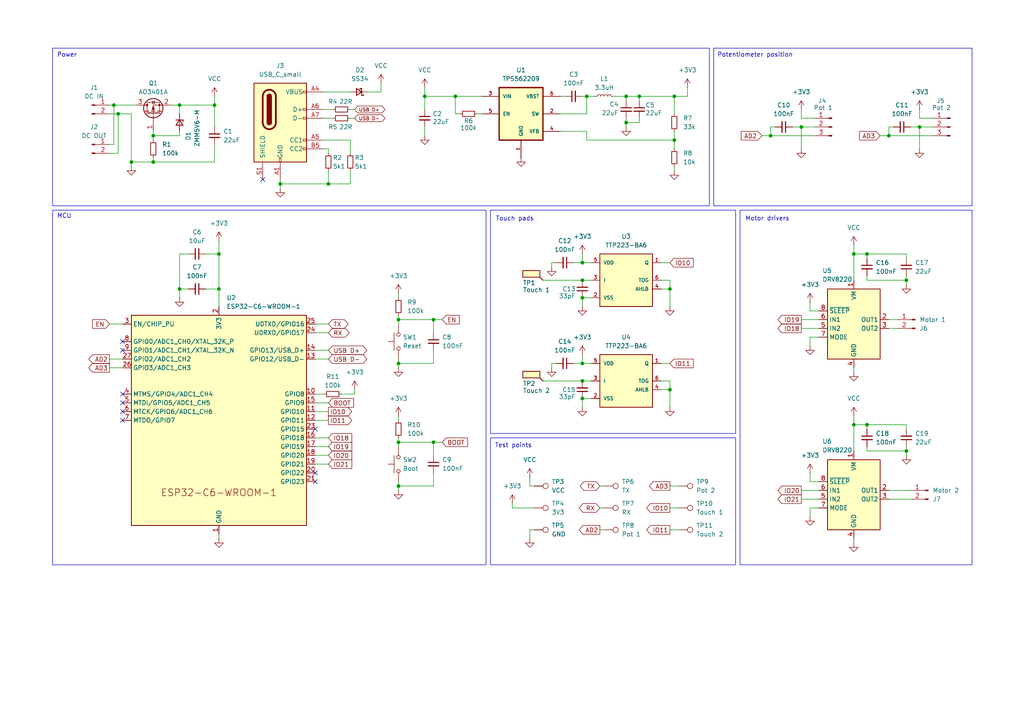
<source format=kicad_sch>
(kicad_sch (version 20231120) (generator "eeschema") (generator_version "8.0")
  (paper "A4")
  (junction (at 257.81 39.37))
  (junction (at 38.1 46.99))
  (junction (at 194.31 83.82))
  (junction (at 262.89 81.28))
  (junction (at 168.91 86.36))
  (junction (at 33.02 30.48))
  (junction (at 95.25 53.34))
  (junction (at 34.29 33.02))
  (junction (at 125.73 128.27))
  (junction (at 223.52 39.37))
  (junction (at 44.45 46.99))
  (junction (at 168.91 76.2))
  (junction (at 168.91 81.28))
  (junction (at 52.07 83.82))
  (junction (at 115.57 92.71))
  (junction (at 232.41 36.83))
  (junction (at 62.23 30.48))
  (junction (at 63.5 83.82))
  (junction (at 125.73 92.71))
  (junction (at 181.61 35.56))
  (junction (at 115.57 140.97))
  (junction (at 44.45 39.37))
  (junction (at 181.61 27.94))
  (junction (at 52.07 30.48))
  (junction (at 115.57 128.27))
  (junction (at 81.28 53.34))
  (junction (at 63.5 73.66))
  (junction (at 170.18 27.94))
  (junction (at 266.7 36.83))
  (junction (at 251.46 123.19))
  (junction (at 123.19 27.94))
  (junction (at 262.89 130.81))
  (junction (at 115.57 105.41))
  (junction (at 247.65 73.66))
  (junction (at 132.08 27.94))
  (junction (at 168.91 115.57))
  (junction (at 185.42 27.94))
  (junction (at 251.46 73.66))
  (junction (at 168.91 105.41))
  (junction (at 195.58 27.94))
  (junction (at 195.58 40.64))
  (junction (at 194.31 113.03))
  (junction (at 247.65 123.19))
  (junction (at 168.91 110.49))
  (no_connect (at 91.44 139.7))
  (no_connect (at 35.56 116.84))
  (no_connect (at 35.56 121.92))
  (no_connect (at 35.56 99.06))
  (no_connect (at 35.56 101.6))
  (no_connect (at 35.56 119.38))
  (no_connect (at 35.56 114.3))
  (no_connect (at 91.44 124.46))
  (no_connect (at 76.2 52.07))
  (no_connect (at 91.44 137.16))
  (wire (pts (xy 49.53 30.48) (xy 52.07 30.48)))
  (wire (pts (xy 91.44 127) (xy 95.25 127)))
  (wire (pts (xy 44.45 39.37) (xy 52.07 39.37)))
  (wire (pts (xy 31.75 44.45) (xy 34.29 44.45)))
  (wire (pts (xy 123.19 27.94) (xy 132.08 27.94)))
  (wire (pts (xy 62.23 41.91) (xy 62.23 46.99)))
  (wire (pts (xy 168.91 86.36) (xy 168.91 88.9)))
  (wire (pts (xy 171.45 110.49) (xy 168.91 110.49)))
  (wire (pts (xy 132.08 27.94) (xy 139.7 27.94)))
  (wire (pts (xy 232.41 34.29) (xy 232.41 31.75)))
  (wire (pts (xy 170.18 27.94) (xy 168.91 27.94)))
  (wire (pts (xy 170.18 40.64) (xy 170.18 38.1)))
  (wire (pts (xy 223.52 39.37) (xy 236.22 39.37)))
  (wire (pts (xy 63.5 73.66) (xy 63.5 83.82)))
  (wire (pts (xy 262.89 81.28) (xy 251.46 81.28)))
  (wire (pts (xy 123.19 27.94) (xy 123.19 25.4)))
  (wire (pts (xy 154.94 147.32) (xy 148.59 147.32)))
  (wire (pts (xy 34.29 33.02) (xy 38.1 33.02)))
  (wire (pts (xy 59.69 83.82) (xy 63.5 83.82)))
  (wire (pts (xy 132.08 33.02) (xy 133.35 33.02)))
  (wire (pts (xy 223.52 36.83) (xy 223.52 39.37)))
  (wire (pts (xy 153.67 153.67) (xy 153.67 156.21)))
  (wire (pts (xy 191.77 83.82) (xy 194.31 83.82)))
  (wire (pts (xy 191.77 76.2) (xy 194.31 76.2)))
  (wire (pts (xy 181.61 36.83) (xy 181.61 35.56)))
  (wire (pts (xy 191.77 105.41) (xy 194.31 105.41)))
  (wire (pts (xy 194.31 153.67) (xy 196.85 153.67)))
  (wire (pts (xy 44.45 38.1) (xy 44.45 39.37)))
  (wire (pts (xy 170.18 38.1) (xy 162.56 38.1)))
  (wire (pts (xy 93.98 26.67) (xy 101.6 26.67)))
  (wire (pts (xy 91.44 114.3) (xy 93.98 114.3)))
  (wire (pts (xy 237.49 147.32) (xy 234.95 147.32)))
  (wire (pts (xy 264.16 144.78) (xy 257.81 144.78)))
  (wire (pts (xy 115.57 128.27) (xy 125.73 128.27)))
  (wire (pts (xy 125.73 140.97) (xy 115.57 140.97)))
  (wire (pts (xy 125.73 128.27) (xy 128.27 128.27)))
  (wire (pts (xy 31.75 33.02) (xy 34.29 33.02)))
  (wire (pts (xy 44.45 46.99) (xy 62.23 46.99)))
  (wire (pts (xy 177.8 27.94) (xy 181.61 27.94)))
  (wire (pts (xy 52.07 83.82) (xy 54.61 83.82)))
  (wire (pts (xy 52.07 30.48) (xy 62.23 30.48)))
  (wire (pts (xy 266.7 43.18) (xy 266.7 36.83)))
  (wire (pts (xy 153.67 140.97) (xy 153.67 138.43)))
  (wire (pts (xy 247.65 123.19) (xy 247.65 130.81)))
  (wire (pts (xy 31.75 30.48) (xy 33.02 30.48)))
  (wire (pts (xy 93.98 40.64) (xy 101.6 40.64)))
  (wire (pts (xy 251.46 123.19) (xy 262.89 123.19)))
  (wire (pts (xy 38.1 46.99) (xy 44.45 46.99)))
  (wire (pts (xy 91.44 116.84) (xy 95.25 116.84)))
  (wire (pts (xy 266.7 36.83) (xy 270.51 36.83)))
  (wire (pts (xy 232.41 144.78) (xy 237.49 144.78)))
  (wire (pts (xy 101.6 31.75) (xy 102.87 31.75)))
  (wire (pts (xy 234.95 97.79) (xy 234.95 100.33)))
  (wire (pts (xy 52.07 38.1) (xy 52.07 39.37)))
  (wire (pts (xy 154.94 153.67) (xy 153.67 153.67)))
  (wire (pts (xy 224.79 36.83) (xy 223.52 36.83)))
  (wire (pts (xy 232.41 95.25) (xy 237.49 95.25)))
  (wire (pts (xy 194.31 110.49) (xy 194.31 113.03)))
  (wire (pts (xy 52.07 73.66) (xy 54.61 73.66)))
  (wire (pts (xy 195.58 27.94) (xy 199.39 27.94)))
  (wire (pts (xy 236.22 34.29) (xy 232.41 34.29)))
  (wire (pts (xy 173.99 140.97) (xy 175.26 140.97)))
  (wire (pts (xy 91.44 121.92) (xy 95.25 121.92)))
  (wire (pts (xy 262.89 81.28) (xy 262.89 80.01)))
  (wire (pts (xy 257.81 36.83) (xy 257.81 39.37)))
  (wire (pts (xy 166.37 76.2) (xy 168.91 76.2)))
  (wire (pts (xy 115.57 128.27) (xy 115.57 129.54)))
  (wire (pts (xy 234.95 139.7) (xy 234.95 137.16)))
  (wire (pts (xy 110.49 26.67) (xy 110.49 24.13)))
  (wire (pts (xy 102.87 114.3) (xy 102.87 113.03)))
  (wire (pts (xy 148.59 147.32) (xy 148.59 146.05)))
  (wire (pts (xy 262.89 74.93) (xy 262.89 73.66)))
  (wire (pts (xy 168.91 105.41) (xy 168.91 102.87)))
  (wire (pts (xy 259.08 36.83) (xy 257.81 36.83)))
  (wire (pts (xy 220.98 39.37) (xy 223.52 39.37)))
  (wire (pts (xy 44.45 39.37) (xy 44.45 40.64)))
  (wire (pts (xy 181.61 27.94) (xy 181.61 29.21)))
  (wire (pts (xy 191.77 113.03) (xy 194.31 113.03)))
  (wire (pts (xy 91.44 119.38) (xy 95.25 119.38)))
  (wire (pts (xy 95.25 53.34) (xy 101.6 53.34)))
  (wire (pts (xy 132.08 27.94) (xy 132.08 33.02)))
  (wire (pts (xy 194.31 81.28) (xy 194.31 83.82)))
  (wire (pts (xy 195.58 48.26) (xy 195.58 49.53)))
  (wire (pts (xy 157.48 81.28) (xy 168.91 81.28)))
  (wire (pts (xy 123.19 36.83) (xy 123.19 39.37)))
  (wire (pts (xy 95.25 43.18) (xy 95.25 44.45)))
  (wire (pts (xy 125.73 105.41) (xy 125.73 101.6)))
  (wire (pts (xy 266.7 34.29) (xy 266.7 31.75)))
  (wire (pts (xy 185.42 27.94) (xy 195.58 27.94)))
  (wire (pts (xy 125.73 128.27) (xy 125.73 132.08)))
  (wire (pts (xy 115.57 105.41) (xy 115.57 104.14)))
  (wire (pts (xy 262.89 130.81) (xy 251.46 130.81)))
  (wire (pts (xy 154.94 140.97) (xy 153.67 140.97)))
  (wire (pts (xy 181.61 35.56) (xy 185.42 35.56)))
  (wire (pts (xy 199.39 25.4) (xy 199.39 27.94)))
  (wire (pts (xy 115.57 105.41) (xy 125.73 105.41)))
  (wire (pts (xy 63.5 69.85) (xy 63.5 73.66)))
  (wire (pts (xy 63.5 154.94) (xy 63.5 156.21)))
  (wire (pts (xy 262.89 124.46) (xy 262.89 123.19)))
  (wire (pts (xy 257.81 142.24) (xy 264.16 142.24)))
  (wire (pts (xy 162.56 33.02) (xy 170.18 33.02)))
  (wire (pts (xy 31.75 104.14) (xy 35.56 104.14)))
  (wire (pts (xy 191.77 110.49) (xy 194.31 110.49)))
  (wire (pts (xy 115.57 105.41) (xy 115.57 106.68)))
  (wire (pts (xy 101.6 40.64) (xy 101.6 44.45)))
  (wire (pts (xy 99.06 114.3) (xy 102.87 114.3)))
  (wire (pts (xy 162.56 27.94) (xy 163.83 27.94)))
  (wire (pts (xy 91.44 132.08) (xy 95.25 132.08)))
  (wire (pts (xy 63.5 83.82) (xy 63.5 88.9)))
  (wire (pts (xy 160.02 76.2) (xy 161.29 76.2)))
  (wire (pts (xy 251.46 130.81) (xy 251.46 129.54)))
  (wire (pts (xy 195.58 38.1) (xy 195.58 40.64)))
  (wire (pts (xy 168.91 81.28) (xy 171.45 81.28)))
  (wire (pts (xy 247.65 120.65) (xy 247.65 123.19)))
  (wire (pts (xy 247.65 73.66) (xy 247.65 81.28)))
  (wire (pts (xy 237.49 90.17) (xy 234.95 90.17)))
  (wire (pts (xy 38.1 33.02) (xy 38.1 46.99)))
  (wire (pts (xy 264.16 36.83) (xy 266.7 36.83)))
  (wire (pts (xy 171.45 115.57) (xy 168.91 115.57)))
  (wire (pts (xy 160.02 105.41) (xy 161.29 105.41)))
  (wire (pts (xy 115.57 92.71) (xy 115.57 93.98)))
  (wire (pts (xy 170.18 40.64) (xy 195.58 40.64)))
  (wire (pts (xy 123.19 27.94) (xy 123.19 31.75)))
  (wire (pts (xy 247.65 71.12) (xy 247.65 73.66)))
  (wire (pts (xy 229.87 36.83) (xy 232.41 36.83)))
  (wire (pts (xy 237.49 139.7) (xy 234.95 139.7)))
  (wire (pts (xy 181.61 27.94) (xy 185.42 27.94)))
  (wire (pts (xy 251.46 123.19) (xy 251.46 124.46)))
  (wire (pts (xy 195.58 40.64) (xy 195.58 43.18)))
  (wire (pts (xy 262.89 130.81) (xy 262.89 129.54)))
  (wire (pts (xy 95.25 49.53) (xy 95.25 53.34)))
  (wire (pts (xy 262.89 132.08) (xy 262.89 130.81)))
  (wire (pts (xy 173.99 147.32) (xy 175.26 147.32)))
  (wire (pts (xy 168.91 76.2) (xy 171.45 76.2)))
  (wire (pts (xy 160.02 77.47) (xy 160.02 76.2)))
  (wire (pts (xy 52.07 73.66) (xy 52.07 83.82)))
  (wire (pts (xy 194.31 147.32) (xy 196.85 147.32)))
  (wire (pts (xy 173.99 153.67) (xy 175.26 153.67)))
  (wire (pts (xy 115.57 127) (xy 115.57 128.27)))
  (wire (pts (xy 185.42 35.56) (xy 185.42 34.29)))
  (wire (pts (xy 247.65 106.68) (xy 247.65 107.95)))
  (wire (pts (xy 157.48 110.49) (xy 168.91 110.49)))
  (wire (pts (xy 251.46 73.66) (xy 262.89 73.66)))
  (wire (pts (xy 168.91 115.57) (xy 168.91 118.11)))
  (wire (pts (xy 93.98 43.18) (xy 95.25 43.18)))
  (wire (pts (xy 91.44 93.98) (xy 95.25 93.98)))
  (wire (pts (xy 270.51 34.29) (xy 266.7 34.29)))
  (wire (pts (xy 31.75 93.98) (xy 35.56 93.98)))
  (wire (pts (xy 232.41 43.18) (xy 232.41 36.83)))
  (wire (pts (xy 52.07 83.82) (xy 52.07 86.36)))
  (wire (pts (xy 115.57 92.71) (xy 125.73 92.71)))
  (wire (pts (xy 101.6 49.53) (xy 101.6 53.34)))
  (wire (pts (xy 115.57 85.09) (xy 115.57 86.36)))
  (wire (pts (xy 91.44 101.6) (xy 95.25 101.6)))
  (wire (pts (xy 33.02 30.48) (xy 39.37 30.48)))
  (wire (pts (xy 255.27 39.37) (xy 257.81 39.37)))
  (wire (pts (xy 247.65 156.21) (xy 247.65 157.48)))
  (wire (pts (xy 34.29 44.45) (xy 34.29 33.02)))
  (wire (pts (xy 195.58 33.02) (xy 195.58 27.94)))
  (wire (pts (xy 106.68 26.67) (xy 110.49 26.67)))
  (wire (pts (xy 251.46 73.66) (xy 251.46 74.93)))
  (wire (pts (xy 115.57 120.65) (xy 115.57 121.92)))
  (wire (pts (xy 168.91 105.41) (xy 171.45 105.41)))
  (wire (pts (xy 125.73 137.16) (xy 125.73 140.97)))
  (wire (pts (xy 232.41 92.71) (xy 237.49 92.71)))
  (wire (pts (xy 194.31 83.82) (xy 194.31 88.9)))
  (wire (pts (xy 31.75 41.91) (xy 33.02 41.91)))
  (wire (pts (xy 81.28 53.34) (xy 95.25 53.34)))
  (wire (pts (xy 59.69 73.66) (xy 63.5 73.66)))
  (wire (pts (xy 125.73 92.71) (xy 125.73 96.52)))
  (wire (pts (xy 232.41 142.24) (xy 237.49 142.24)))
  (wire (pts (xy 91.44 96.52) (xy 95.25 96.52)))
  (wire (pts (xy 81.28 54.61) (xy 81.28 53.34)))
  (wire (pts (xy 251.46 81.28) (xy 251.46 80.01)))
  (wire (pts (xy 170.18 33.02) (xy 170.18 27.94)))
  (wire (pts (xy 170.18 27.94) (xy 172.72 27.94)))
  (wire (pts (xy 257.81 92.71) (xy 260.35 92.71)))
  (wire (pts (xy 91.44 129.54) (xy 95.25 129.54)))
  (wire (pts (xy 62.23 30.48) (xy 62.23 36.83)))
  (wire (pts (xy 257.81 95.25) (xy 260.35 95.25)))
  (wire (pts (xy 115.57 139.7) (xy 115.57 140.97)))
  (wire (pts (xy 234.95 90.17) (xy 234.95 87.63)))
  (wire (pts (xy 191.77 81.28) (xy 194.31 81.28)))
  (wire (pts (xy 194.31 113.03) (xy 194.31 118.11)))
  (wire (pts (xy 247.65 123.19) (xy 251.46 123.19)))
  (wire (pts (xy 181.61 35.56) (xy 181.61 34.29)))
  (wire (pts (xy 234.95 147.32) (xy 234.95 149.86)))
  (wire (pts (xy 62.23 30.48) (xy 62.23 27.94)))
  (wire (pts (xy 262.89 82.55) (xy 262.89 81.28)))
  (wire (pts (xy 91.44 134.62) (xy 95.25 134.62)))
  (wire (pts (xy 237.49 97.79) (xy 234.95 97.79)))
  (wire (pts (xy 194.31 140.97) (xy 196.85 140.97)))
  (wire (pts (xy 38.1 46.99) (xy 38.1 48.26)))
  (wire (pts (xy 31.75 106.68) (xy 35.56 106.68)))
  (wire (pts (xy 160.02 106.68) (xy 160.02 105.41)))
  (wire (pts (xy 91.44 104.14) (xy 95.25 104.14)))
  (wire (pts (xy 115.57 91.44) (xy 115.57 92.71)))
  (wire (pts (xy 33.02 41.91) (xy 33.02 30.48)))
  (wire (pts (xy 166.37 105.41) (xy 168.91 105.41)))
  (wire (pts (xy 52.07 30.48) (xy 52.07 33.02)))
  (wire (pts (xy 101.6 34.29) (xy 102.87 34.29)))
  (wire (pts (xy 44.45 45.72) (xy 44.45 46.99)))
  (wire (pts (xy 93.98 34.29) (xy 96.52 34.29)))
  (wire (pts (xy 138.43 33.02) (xy 139.7 33.02)))
  (wire (pts (xy 185.42 27.94) (xy 185.42 29.21)))
  (wire (pts (xy 115.57 140.97) (xy 115.57 142.24)))
  (wire (pts (xy 81.28 52.07) (xy 81.28 53.34)))
  (wire (pts (xy 251.46 73.66) (xy 247.65 73.66)))
  (wire (pts (xy 168.91 86.36) (xy 171.45 86.36)))
  (wire (pts (xy 125.73 92.71) (xy 128.27 92.71)))
  (wire (pts (xy 168.91 76.2) (xy 168.91 73.66)))
  (wire (pts (xy 93.98 31.75) (xy 96.52 31.75)))
  (wire (pts (xy 257.81 39.37) (xy 270.51 39.37)))
  (wire (pts (xy 232.41 36.83) (xy 236.22 36.83)))
  (rectangle (start 142.24 127) (end 213.36 163.83))
  (rectangle (start 207.01 13.97) (end 281.94 59.69))
  (rectangle (start 214.63 60.96) (end 281.94 163.83))
  (rectangle (start 142.24 60.96) (end 213.36 125.73))
  (rectangle (start 15.24 60.96) (end 140.97 163.83))
  (rectangle (start 15.24 13.97) (end 205.74 59.69))
  (text "MCU" (at 16.51 63.5 0) (effects (font (size 1.27 1.27)) (justify left bottom)))
  (text "Touch pads" (at 143.764 64.262 0) (effects (font (size 1.27 1.27)) (justify left bottom)))
  (text "Power" (at 16.51 16.764 0) (effects (font (size 1.27 1.27)) (justify left bottom)))
  (text "Test points" (at 143.51 130.048 0) (effects (font (size 1.27 1.27)) (justify left bottom)))
  (text "Motor drivers" (at 216.154 64.262 0) (effects (font (size 1.27 1.27)) (justify left bottom)))
  (text "Potentiometer position" (at 208.026 16.764 0) (effects (font (size 1.27 1.27)) (justify left bottom)))
  (global_label "IO10" (shape output) (at 95.25 119.38 0) (property "Intersheetrefs" "${INTERSHEET_REFS}" (effects (hide yes))))
  (global_label "IO11" (shape output) (at 95.25 121.92 0) (property "Intersheetrefs" "${INTERSHEET_REFS}" (effects (hide yes))))
  (global_label "BOOT" (shape input) (at 128.27 128.27 0) (property "Intersheetrefs" "${INTERSHEET_REFS}" (effects (hide yes))))
  (global_label "USB D+" (shape bidirectional) (at 95.25 101.6 0) (property "Intersheetrefs" "${INTERSHEET_REFS}" (effects (hide yes))))
  (global_label "TX" (shape bidirectional) (at 95.25 93.98 0) (property "Intersheetrefs" "${INTERSHEET_REFS}" (effects (hide yes))))
  (global_label "IO10" (shape output) (at 194.31 147.32 180) (property "Intersheetrefs" "${INTERSHEET_REFS}" (effects (hide yes))))
  (global_label "IO19" (shape output) (at 232.41 92.71 180) (property "Intersheetrefs" "${INTERSHEET_REFS}" (effects (hide yes))))
  (global_label "IO10" (shape input) (at 194.31 76.2 0) (property "Intersheetrefs" "${INTERSHEET_REFS}" (effects (hide yes))))
  (global_label "EN" (shape input) (at 31.75 93.98 180) (property "Intersheetrefs" "${INTERSHEET_REFS}" (effects (hide yes))))
  (global_label "IO18" (shape input) (at 95.25 127 0) (property "Intersheetrefs" "${INTERSHEET_REFS}" (effects (hide yes))))
  (global_label "AD3" (shape output) (at 31.75 106.68 180) (property "Intersheetrefs" "${INTERSHEET_REFS}" (effects (hide yes))))
  (global_label "AD3" (shape output) (at 194.31 140.97 180) (property "Intersheetrefs" "${INTERSHEET_REFS}" (effects (hide yes))))
  (global_label "AD2" (shape output) (at 31.75 104.14 180) (property "Intersheetrefs" "${INTERSHEET_REFS}" (effects (hide yes))))
  (global_label "IO21" (shape input) (at 95.25 134.62 0) (property "Intersheetrefs" "${INTERSHEET_REFS}" (effects (hide yes))))
  (global_label "AD2" (shape output) (at 173.99 153.67 180) (property "Intersheetrefs" "${INTERSHEET_REFS}" (effects (hide yes))))
  (global_label "IO18" (shape output) (at 232.41 95.25 180) (property "Intersheetrefs" "${INTERSHEET_REFS}" (effects (hide yes))))
  (global_label "USB D+" (shape bidirectional) (at 102.87 31.75 0) (effects (font (size 1 1))) (property "Intersheetrefs" "${INTERSHEET_REFS}" (effects (hide yes))))
  (global_label "USB D-" (shape bidirectional) (at 102.87 34.29 0) (effects (font (size 1 1))) (property "Intersheetrefs" "${INTERSHEET_REFS}" (effects (hide yes))))
  (global_label "USB D-" (shape bidirectional) (at 95.25 104.14 0) (property "Intersheetrefs" "${INTERSHEET_REFS}" (effects (hide yes))))
  (global_label "IO11" (shape output) (at 194.31 153.67 180) (property "Intersheetrefs" "${INTERSHEET_REFS}" (effects (hide yes))))
  (global_label "RX" (shape bidirectional) (at 173.99 147.32 180) (property "Intersheetrefs" "${INTERSHEET_REFS}" (effects (hide yes))))
  (global_label "AD3" (shape input) (at 255.27 39.37 180) (property "Intersheetrefs" "${INTERSHEET_REFS}" (effects (hide yes))))
  (global_label "BOOT" (shape input) (at 95.25 116.84 0) (property "Intersheetrefs" "${INTERSHEET_REFS}" (effects (hide yes))))
  (global_label "IO20" (shape output) (at 232.41 142.24 180) (property "Intersheetrefs" "${INTERSHEET_REFS}" (effects (hide yes))))
  (global_label "AD2" (shape input) (at 220.98 39.37 180) (property "Intersheetrefs" "${INTERSHEET_REFS}" (effects (hide yes))))
  (global_label "IO21" (shape output) (at 232.41 144.78 180) (property "Intersheetrefs" "${INTERSHEET_REFS}" (effects (hide yes))))
  (global_label "IO11" (shape input) (at 194.31 105.41 0) (property "Intersheetrefs" "${INTERSHEET_REFS}" (effects (hide yes))))
  (global_label "TX" (shape bidirectional) (at 173.99 140.97 180) (property "Intersheetrefs" "${INTERSHEET_REFS}" (effects (hide yes))))
  (global_label "EN" (shape input) (at 128.27 92.71 0) (property "Intersheetrefs" "${INTERSHEET_REFS}" (effects (hide yes))))
  (global_label "RX" (shape bidirectional) (at 95.25 96.52 0) (property "Intersheetrefs" "${INTERSHEET_REFS}" (effects (hide yes))))
  (global_label "IO19" (shape input) (at 95.25 129.54 0) (property "Intersheetrefs" "${INTERSHEET_REFS}" (effects (hide yes))))
  (global_label "IO20" (shape input) (at 95.25 132.08 0) (property "Intersheetrefs" "${INTERSHEET_REFS}" (effects (hide yes))))
  (symbol (lib_id "Device:D_Zener_Small") (at 52.07 35.56 270) (unit 1)
    (property "Reference" "D1" (at 54.61 38.1 0) (effects (justify left)))
    (property "Value" "ZMM5V6-M" (at 57.15 31.75 0) (effects (justify left)))
    (property "Footprint" "Diode_SMD:D_MiniMELF" (effects (hide yes)))
  )
  (symbol (lib_id "Transistor_FET:AO3401A") (at 44.45 33.02 90) (unit 1)
    (property "Reference" "Q1" (at 44.45 24.13 90))
    (property "Value" "AO3401A" (at 44.45 26.67 90))
    (property "Footprint" "Package_TO_SOT_SMD:SOT-23" (effects (hide yes)))
    (property "Datasheet" "http://www.aosmd.com/pdfs/datasheet/AO3401A.pdf" (effects (hide yes)))
    (property "Description" "-4.0A Id, -30V Vds, P-Channel MOSFET, SOT-23" (effects (hide yes)))
  )
  (symbol (lib_name "GND_1") (lib_id "power:GND") (at 52.07 86.36 0) (unit 1)
    (property "Reference" "#PWR042" (effects (hide yes)))
    (property "Value" "GND" (effects (hide yes)))
    (property "Description" "Power symbol creates a global label with name \"GND\" , ground" (effects (hide yes)))
  )
  (symbol (lib_name "+3V3_1") (lib_id "power:+3V3") (at 168.91 73.66 0) (unit 1)
    (property "Reference" "#PWR018" (effects (hide yes)))
    (property "Value" "+3V3" (at 168.91 68.58 0))
    (property "Description" "Power symbol creates a global label with name \"+3V3\"" (effects (hide yes)))
  )
  (symbol (lib_name "GND_1") (lib_id "power:GND") (at 262.89 132.08 0) (unit 1)
    (property "Reference" "#PWR035" (effects (hide yes)))
    (property "Value" "GND" (effects (hide yes)))
    (property "Description" "Power symbol creates a global label with name \"GND\" , ground" (effects (hide yes)))
  )
  (symbol (lib_id "Device:C_Small") (at 261.62 36.83 270) (unit 1)
    (property "Reference" "C11" (at 261.6136 30.48 90))
    (property "Value" "100nF" (at 261.6136 33.02 90))
    (property "Footprint" "Capacitor_SMD:C_0402_1005Metric" (effects (hide yes)))
  )
  (symbol (lib_id "Device:C_Small") (at 62.23 39.37 0) (unit 1)
    (property "Reference" "C1" (at 64.77 38.1062 0) (effects (justify left)))
    (property "Value" "22uF" (at 64.77 40.6462 0) (effects (justify left)))
    (property "Footprint" "Capacitor_SMD:C_0805_2012Metric" (effects (hide yes)))
    (property "Description" "Unpolarized capacitor, small symbol" (effects (hide yes)))
  )
  (symbol (lib_name "+3V3_1") (lib_id "power:+3V3") (at 232.41 31.75 0) (unit 1)
    (property "Reference" "#PWR01" (effects (hide yes)))
    (property "Value" "+3V3" (at 232.41 26.67 0))
    (property "Description" "Power symbol creates a global label with name \"+3V3\"" (effects (hide yes)))
  )
  (symbol (lib_id "Device:C_Small") (at 181.61 31.75 0) (unit 1)
    (property "Reference" "C4" (at 176.784 30.226 0) (effects (justify left)))
    (property "Value" "22uF" (at 174.498 32.766 0) (effects (justify left)))
    (property "Footprint" "Capacitor_SMD:C_0805_2012Metric" (effects (hide yes)))
  )
  (symbol (lib_name "GND_1") (lib_id "power:GND") (at 63.5 156.21 0) (unit 1)
    (property "Reference" "#PWR039" (effects (hide yes)))
    (property "Value" "GND" (effects (hide yes)))
    (property "Description" "Power symbol creates a global label with name \"GND\" , ground" (effects (hide yes)))
  )
  (symbol (lib_id "Device:R_Small") (at 195.58 35.56 0) (unit 1)
    (property "Reference" "R7" (at 198.12 34.2899 0) (effects (justify left)))
    (property "Value" "33k" (at 198.12 36.8299 0) (effects (justify left)))
    (property "Footprint" "Resistor_SMD:R_0402_1005Metric" (effects (hide yes)))
  )
  (symbol (lib_name "+3V3_1") (lib_id "power:+3V3") (at 63.5 69.85 0) (unit 1)
    (property "Reference" "#PWR07" (effects (hide yes)))
    (property "Value" "+3V3" (at 63.5 64.77 0))
    (property "Description" "Power symbol creates a global label with name \"+3V3\"" (effects (hide yes)))
  )
  (symbol (lib_name "GND_1") (lib_id "power:GND") (at 262.89 82.55 0) (unit 1)
    (property "Reference" "#PWR030" (effects (hide yes)))
    (property "Value" "GND" (effects (hide yes)))
    (property "Description" "Power symbol creates a global label with name \"GND\" , ground" (effects (hide yes)))
  )
  (symbol (lib_id "Device:R_Small") (at 101.6 46.99 0) (unit 1)
    (property "Reference" "R3" (at 102.87 45.72 0) (effects (justify left)))
    (property "Value" "5k1" (at 102.87 48.26 0) (effects (justify left)))
    (property "Footprint" "Resistor_SMD:R_0603_1608Metric" (effects (hide yes)))
  )
  (symbol (lib_id "Connector:TestPoint_Flag") (at 157.48 81.28 0) (mirror y) (unit 1)
    (property "Reference" "TP1" (at 151.638 82.042 0) (effects (justify right)))
    (property "Value" "Touch 1" (at 151.638 84.074 0) (effects (justify right)))
    (property "Footprint" "ESP32-C6_Covers:Touch_pad_arrow" (effects (hide yes)))
    (property "Description" "test point (alternative flag-style design)" (effects (hide yes)))
  )
  (symbol (lib_id "Device:C_Small") (at 57.15 83.82 270) (unit 1)
    (property "Reference" "C7" (at 57.1436 77.47 90))
    (property "Value" "100nF" (at 57.1436 80.01 90))
    (property "Footprint" "Capacitor_SMD:C_0402_1005Metric" (effects (hide yes)))
  )
  (symbol (lib_name "+3V3_1") (lib_id "power:+3V3") (at 234.95 87.63 0) (unit 1)
    (property "Reference" "#PWR016" (effects (hide yes)))
    (property "Value" "+3V3" (at 234.95 82.55 0))
    (property "Description" "Power symbol creates a global label with name \"+3V3\"" (effects (hide yes)))
  )
  (symbol (lib_id "Switch:SW_Push") (at 115.57 99.06 90) (unit 1)
    (property "Reference" "SW1" (at 116.84 97.79 90) (effects (justify right)))
    (property "Value" "Reset" (at 116.84 100.33 90) (effects (justify right)))
    (property "Footprint" "Button_Switch_SMD:SW_Push_1P1T_XKB_TS-1187A" (effects (hide yes)))
  )
  (symbol (lib_id "Device:L_Small") (at 175.26 27.94 90) (unit 1)
    (property "Reference" "L1" (at 175.26 22.86 90))
    (property "Value" "3.3uH" (at 175.26 25.4 90))
    (property "Footprint" "Inductor_SMD:L_1008_2520Metric" (effects (hide yes)))
  )
  (symbol (lib_id "Connector:TestPoint") (at 154.94 147.32 270) (unit 1)
    (property "Reference" "TP4" (at 160.02 146.0499 90) (effects (justify left)))
    (property "Value" "3V3" (at 160.02 148.5899 90) (effects (justify left)))
    (property "Footprint" "TestPoint:TestPoint_Pad_D1.0mm" (effects (hide yes)))
    (property "Description" "test point" (effects (hide yes)))
  )
  (symbol (lib_id "Device:R_Small") (at 99.06 31.75 270) (unit 1)
    (property "Reference" "R4" (at 96.52 29.464 90))
    (property "Value" "22R" (at 100.33 29.464 90))
    (property "Footprint" "Resistor_SMD:R_0603_1608Metric" (effects (hide yes)))
  )
  (symbol (lib_id "power:VCC") (at 62.23 27.94 0) (unit 1)
    (property "Reference" "#PWR014" (effects (hide yes)))
    (property "Value" "VCC" (at 62.23 22.86 0))
    (property "Description" "Power symbol creates a global label with name \"VCC\"" (effects (hide yes)))
  )
  (symbol (lib_id "Connector:TestPoint") (at 175.26 147.32 270) (unit 1)
    (property "Reference" "TP7" (at 180.34 146.0499 90) (effects (justify left)))
    (property "Value" "RX" (at 180.34 148.5899 90) (effects (justify left)))
    (property "Footprint" "TestPoint:TestPoint_Pad_D1.0mm" (effects (hide yes)))
    (property "Description" "test point" (effects (hide yes)))
  )
  (symbol (lib_id "Device:C_Small") (at 227.33 36.83 270) (unit 1)
    (property "Reference" "C10" (at 227.3236 30.48 90))
    (property "Value" "100nF" (at 227.3236 33.02 90))
    (property "Footprint" "Capacitor_SMD:C_0402_1005Metric" (effects (hide yes)))
  )
  (symbol (lib_name "GND_1") (lib_id "power:GND") (at 153.67 156.21 0) (unit 1)
    (property "Reference" "#PWR038" (effects (hide yes)))
    (property "Value" "GND" (effects (hide yes)))
    (property "Description" "Power symbol creates a global label with name \"GND\" , ground" (effects (hide yes)))
  )
  (symbol (lib_name "GND_1") (lib_id "power:GND") (at 247.65 157.48 0) (unit 1)
    (property "Reference" "#PWR034" (effects (hide yes)))
    (property "Value" "GND" (effects (hide yes)))
    (property "Description" "Power symbol creates a global label with name \"GND\" , ground" (effects (hide yes)))
  )
  (symbol (lib_name "GND_1") (lib_id "power:GND") (at 247.65 107.95 0) (unit 1)
    (property "Reference" "#PWR026" (effects (hide yes)))
    (property "Value" "GND" (effects (hide yes)))
    (property "Description" "Power symbol creates a global label with name \"GND\" , ground" (effects (hide yes)))
  )
  (symbol (lib_id "Device:C_Small") (at 251.46 77.47 0) (unit 1)
    (property "Reference" "C16" (at 254 76.2062 0) (effects (justify left)))
    (property "Value" "100nF" (at 254 78.7462 0) (effects (justify left)))
    (property "Footprint" "Capacitor_SMD:C_0402_1005Metric" (effects (hide yes)))
  )
  (symbol (lib_name "GND_1") (lib_id "power:GND") (at 38.1 48.26 0) (unit 1)
    (property "Reference" "#PWR02" (effects (hide yes)))
    (property "Value" "GND" (effects (hide yes)))
    (property "Description" "Power symbol creates a global label with name \"GND\" , ground" (effects (hide yes)))
  )
  (symbol (lib_name "+3V3_1") (lib_id "power:+3V3") (at 168.91 102.87 0) (unit 1)
    (property "Reference" "#PWR020" (effects (hide yes)))
    (property "Value" "+3V3" (at 168.91 97.79 0))
    (property "Description" "Power symbol creates a global label with name \"+3V3\"" (effects (hide yes)))
  )
  (symbol (lib_name "GND_1") (lib_id "power:GND") (at 81.28 54.61 0) (unit 1)
    (property "Reference" "#PWR03" (effects (hide yes)))
    (property "Value" "GND" (effects (hide yes)))
    (property "Description" "Power symbol creates a global label with name \"GND\" , ground" (effects (hide yes)))
  )
  (symbol (lib_id "Connector:Conn_01x02_Pin") (at 26.67 30.48 0) (unit 1)
    (property "Reference" "J1" (at 27.305 25.4 0))
    (property "Value" "DC IN" (at 27.305 27.94 0))
    (property "Footprint" "Connector_JST:JST_XH_B2B-XH-A_1x02_P2.50mm_Vertical" (effects (hide yes)))
    (property "Description" "Generic connector, single row, 01x02, script generated" (effects (hide yes)))
  )
  (symbol (lib_id "Connector:TestPoint") (at 154.94 140.97 270) (unit 1)
    (property "Reference" "TP3" (at 160.02 139.6999 90) (effects (justify left)))
    (property "Value" "VCC" (at 160.02 142.2399 90) (effects (justify left)))
    (property "Footprint" "TestPoint:TestPoint_Pad_D1.0mm" (effects (hide yes)))
    (property "Description" "test point" (effects (hide yes)))
  )
  (symbol (lib_id "Connector:TestPoint") (at 196.85 153.67 270) (unit 1)
    (property "Reference" "TP11" (at 201.93 152.3999 90) (effects (justify left)))
    (property "Value" "Touch 2" (at 201.93 154.9399 90) (effects (justify left)))
    (property "Footprint" "TestPoint:TestPoint_Pad_D1.0mm" (effects (hide yes)))
    (property "Description" "test point" (effects (hide yes)))
  )
  (symbol (lib_name "GND_1") (lib_id "power:GND") (at 195.58 49.53 0) (unit 1)
    (property "Reference" "#PWR041" (effects (hide yes)))
    (property "Value" "GND" (effects (hide yes)))
    (property "Description" "Power symbol creates a global label with name \"GND\" , ground" (effects (hide yes)))
  )
  (symbol (lib_id "power:VCC") (at 123.19 25.4 0) (unit 1)
    (property "Reference" "#PWR015" (effects (hide yes)))
    (property "Value" "VCC" (at 123.19 20.32 0))
    (property "Description" "Power symbol creates a global label with name \"VCC\"" (effects (hide yes)))
  )
  (symbol (lib_id "Device:R_Small") (at 115.57 88.9 0) (unit 1)
    (property "Reference" "R9" (at 118.11 87.6299 0) (effects (justify left)))
    (property "Value" "100k" (at 118.11 90.1699 0) (effects (justify left)))
    (property "Footprint" "Resistor_SMD:R_0402_1005Metric" (effects (hide yes)))
  )
  (symbol (lib_id "Device:C_Small") (at 57.15 73.66 270) (unit 1)
    (property "Reference" "C6" (at 57.1436 67.31 90))
    (property "Value" "10uF" (at 57.1436 69.85 90))
    (property "Footprint" "Capacitor_SMD:C_0805_2012Metric" (effects (hide yes)))
  )
  (symbol (lib_id "Switch:SW_Push") (at 115.57 134.62 90) (unit 1)
    (property "Reference" "SW2" (at 116.84 133.35 90) (effects (justify right)))
    (property "Value" "Boot" (at 116.84 135.89 90) (effects (justify right)))
    (property "Footprint" "Button_Switch_SMD:SW_Push_1P1T_XKB_TS-1187A" (effects (hide yes)))
  )
  (symbol (lib_name "GND_1") (lib_id "power:GND") (at 160.02 106.68 0) (unit 1)
    (property "Reference" "#PWR019" (effects (hide yes)))
    (property "Value" "GND" (effects (hide yes)))
    (property "Description" "Power symbol creates a global label with name \"GND\" , ground" (effects (hide yes)))
  )
  (symbol (lib_name "+3V3_1") (lib_id "power:+3V3") (at 115.57 85.09 0) (unit 1)
    (property "Reference" "#PWR05" (effects (hide yes)))
    (property "Value" "+3V3" (at 115.57 80.01 0))
    (property "Description" "Power symbol creates a global label with name \"+3V3\"" (effects (hide yes)))
  )
  (symbol (lib_name "GND_1") (lib_id "power:GND") (at 232.41 43.18 0) (unit 1)
    (property "Reference" "#PWR08" (effects (hide yes)))
    (property "Value" "GND" (effects (hide yes)))
    (property "Description" "Power symbol creates a global label with name \"GND\" , ground" (effects (hide yes)))
  )
  (symbol (lib_name "GND_1") (lib_id "power:GND") (at 168.91 88.9 0) (unit 1)
    (property "Reference" "#PWR021" (effects (hide yes)))
    (property "Value" "GND" (effects (hide yes)))
    (property "Description" "Power symbol creates a global label with name \"GND\" , ground" (effects (hide yes)))
  )
  (symbol (lib_id "Device:R_Small") (at 96.52 114.3 90) (unit 1)
    (property "Reference" "R11" (at 96.52 109.22 90))
    (property "Value" "100k" (at 96.52 111.76 90))
    (property "Footprint" "Resistor_SMD:R_0402_1005Metric" (effects (hide yes)))
  )
  (symbol (lib_id "_TI_TPS562209:TPS562209DDCR") (at 151.13 33.02 0) (unit 1)
    (property "Reference" "U1" (at 151.13 20.32 0))
    (property "Value" "TPS562209" (at 151.13 22.86 0))
    (property "Footprint" "ESP32-C6_Covers:TI_TPS562209" (effects (hide yes)))
    (property "Datasheet" "https://www.ti.com/lit/ds/symlink/tps562209.pdf?ts=1710068446558" (effects (hide yes)))
    (property "MF" "Texas Instruments" (effects (hide yes)))
    (property "Description_1" "\n17 V Input, 2A Synchronous Step-Down Regulator in SOT-23\n" (effects (hide yes)))
    (property "Package" "SOT-23-THN-6 Texas Instruments" (effects (hide yes)))
    (property "Price" "None" (effects (hide yes)))
    (property "SnapEDA_Link" "https://www.snapeda.com/parts/TPS562209DDCR/Texas+Instruments/view-part/?ref=snap" (effects (hide yes)))
    (property "MP" "TPS562209DDCR" (effects (hide yes)))
    (property "Purchase-URL" "https://www.snapeda.com/api/url_track_click_mouser/?unipart_id=577627&manufacturer=Texas Instruments&part_name=TPS562209DDCR&search_term=tps562209" (effects (hide yes)))
    (property "Availability" "In Stock" (effects (hide yes)))
    (property "Check_prices" "https://www.snapeda.com/parts/TPS562209DDCR/Texas+Instruments/view-part/?ref=eda" (effects (hide yes)))
  )
  (symbol (lib_id "Connector:TestPoint") (at 154.94 153.67 270) (unit 1)
    (property "Reference" "TP5" (at 160.02 152.3999 90) (effects (justify left)))
    (property "Value" "GND" (at 160.02 154.9399 90) (effects (justify left)))
    (property "Footprint" "TestPoint:TestPoint_Pad_D1.0mm" (effects (hide yes)))
    (property "Description" "test point" (effects (hide yes)))
  )
  (symbol (lib_id "Device:C_Small") (at 125.73 99.06 0) (unit 1)
    (property "Reference" "C8" (at 128.27 97.7963 0) (effects (justify left)))
    (property "Value" "100nF" (at 128.27 100.3363 0) (effects (justify left)))
    (property "Footprint" "Capacitor_SMD:C_0402_1005Metric" (effects (hide yes)))
  )
  (symbol (lib_id "Connector:Conn_01x03_Pin") (at 275.59 36.83 0) (mirror y) (unit 1)
    (property "Reference" "J5" (at 272.796 29.21 0))
    (property "Value" "Pot 2" (at 273.05 31.242 0))
    (property "Footprint" "Connector_JST:JST_XH_B3B-XH-A_1x03_P2.50mm_Vertical" (effects (hide yes)))
    (property "Description" "Generic connector, single row, 01x03, script generated" (effects (hide yes)))
  )
  (symbol (lib_id "power:VCC") (at 247.65 71.12 0) (unit 1)
    (property "Reference" "#PWR027" (effects (hide yes)))
    (property "Value" "VCC" (at 247.65 66.04 0))
    (property "Description" "Power symbol creates a global label with name \"VCC\"" (effects (hide yes)))
  )
  (symbol (lib_id "Device:C_Small") (at 123.19 34.29 0) (unit 1)
    (property "Reference" "C2" (at 125.476 33.02 0) (effects (justify left)))
    (property "Value" "22uF" (at 125.476 35.306 0) (effects (justify left)))
    (property "Footprint" "Capacitor_SMD:C_0805_2012Metric" (effects (hide yes)))
  )
  (symbol (lib_id "Device:D_Schottky_Small") (at 104.14 26.67 180) (unit 1)
    (property "Reference" "D2" (at 104.394 20.32 0))
    (property "Value" "SS34" (at 104.394 22.86 0))
    (property "Footprint" "Diode_SMD:D_SMA" (effects (hide yes)))
  )
  (symbol (lib_id "_TTP223-BA6:TTP223-BA6") (at 181.61 110.49 0) (unit 1)
    (property "Reference" "U4" (at 181.61 97.79 0))
    (property "Value" "TTP223-BA6" (at 181.61 100.33 0))
    (property "Footprint" "ESP32-C6_Covers:SOT23-6" (effects (hide yes)))
    (property "Datasheet" "https://wmsc.lcsc.com/wmsc/upload/file/pdf/v2/lcsc/2109061130_Tontek-Design-Tech-TTP233H-BA6_C2890349.pdf" (effects (hide yes)))
    (property "MF" "tontek" (effects (hide yes)))
    (property "Description_1" "\n" (effects (hide yes)))
    (property "LIB" "CID" (effects (hide yes)))
    (property "Package" "None" (effects (hide yes)))
    (property "Price" "None" (effects (hide yes)))
    (property "SnapEDA_Link" "https://www.snapeda.com/parts/TTP223-BA6/TONTEK/view-part/?ref=snap" (effects (hide yes)))
    (property "MP" "TTP223-BA6" (effects (hide yes)))
    (property "Availability" "Not in stock" (effects (hide yes)))
    (property "Check_prices" "https://www.snapeda.com/parts/TTP223-BA6/TONTEK/view-part/?ref=eda" (effects (hide yes)))
  )
  (symbol (lib_id "Connector:TestPoint") (at 196.85 147.32 270) (unit 1)
    (property "Reference" "TP10" (at 201.93 146.0499 90) (effects (justify left)))
    (property "Value" "Touch 1" (at 201.93 148.5899 90) (effects (justify left)))
    (property "Footprint" "TestPoint:TestPoint_Pad_D1.0mm" (effects (hide yes)))
    (property "Description" "test point" (effects (hide yes)))
  )
  (symbol (lib_id "Device:C_Small") (at 185.42 31.75 0) (unit 1)
    (property "Reference" "C5" (at 187.198 30.48 0) (effects (justify left)))
    (property "Value" "22uF" (at 187.198 32.766 0) (effects (justify left)))
    (property "Footprint" "Capacitor_SMD:C_0805_2012Metric" (effects (hide yes)))
  )
  (symbol (lib_name "GND_1") (lib_id "power:GND") (at 266.7 43.18 0) (unit 1)
    (property "Reference" "#PWR017" (effects (hide yes)))
    (property "Value" "GND" (effects (hide yes)))
    (property "Description" "Power symbol creates a global label with name \"GND\" , ground" (effects (hide yes)))
  )
  (symbol (lib_id "_DRV8220:DRV8220") (at 247.65 143.51 0) (unit 1)
    (property "Reference" "U6" (at 238.506 128.016 0) (effects (justify left)))
    (property "Value" "DRV8220" (at 238.506 130.556 0) (effects (justify left)))
    (property "Footprint" "Package_SON:WSON-8-1EP_2x2mm_P0.5mm_EP0.9x1.6mm" (effects (hide yes)))
    (property "Datasheet" "https://www.ti.com/lit/ds/symlink/drv8220.pdf" (effects (hide yes)))
    (property "Description" "H-Bridge driver, 1.76A, Low Voltage, PWM input, WSON-8" (effects (hide yes)))
  )
  (symbol (lib_id "Connector:TestPoint") (at 175.26 153.67 270) (unit 1)
    (property "Reference" "TP8" (at 180.34 152.3999 90) (effects (justify left)))
    (property "Value" "Pot 1" (at 180.34 154.9399 90) (effects (justify left)))
    (property "Footprint" "TestPoint:TestPoint_Pad_D1.0mm" (effects (hide yes)))
    (property "Description" "test point" (effects (hide yes)))
  )
  (symbol (lib_id "Connector:TestPoint") (at 196.85 140.97 270) (unit 1)
    (property "Reference" "TP9" (at 201.93 139.6999 90) (effects (justify left)))
    (property "Value" "Pot 2" (at 201.93 142.2399 90) (effects (justify left)))
    (property "Footprint" "TestPoint:TestPoint_Pad_D1.0mm" (effects (hide yes)))
    (property "Description" "test point" (effects (hide yes)))
  )
  (symbol (lib_id "Device:R_Small") (at 195.58 45.72 0) (unit 1)
    (property "Reference" "R8" (at 198.12 44.4499 0) (effects (justify left)))
    (property "Value" "10k" (at 198.12 46.9899 0) (effects (justify left)))
    (property "Footprint" "Resistor_SMD:R_0402_1005Metric" (effects (hide yes)))
  )
  (symbol (lib_id "Device:C_Small") (at 163.83 76.2 270) (unit 1)
    (property "Reference" "C12" (at 163.8236 69.85 90))
    (property "Value" "100nF" (at 163.8236 72.39 90))
    (property "Footprint" "Capacitor_SMD:C_0402_1005Metric" (effects (hide yes)))
  )
  (symbol (lib_id "Connector:Conn_01x03_Pin") (at 241.3 36.83 0) (mirror y) (unit 1)
    (property "Reference" "J4" (at 238.506 29.21 0))
    (property "Value" "Pot 1" (at 238.76 31.242 0))
    (property "Footprint" "Connector_JST:JST_XH_B3B-XH-A_1x03_P2.50mm_Vertical" (effects (hide yes)))
    (property "Description" "Generic connector, single row, 01x03, script generated" (effects (hide yes)))
  )
  (symbol (lib_name "GND_1") (lib_id "power:GND") (at 151.13 45.72 0) (unit 1)
    (property "Reference" "#PWR012" (effects (hide yes)))
    (property "Value" "GND" (effects (hide yes)))
    (property "Description" "Power symbol creates a global label with name \"GND\" , ground" (effects (hide yes)))
  )
  (symbol (lib_name "+3V3_1") (lib_id "power:+3V3") (at 115.57 120.65 0) (unit 1)
    (property "Reference" "#PWR043" (effects (hide yes)))
    (property "Value" "+3V3" (at 115.57 115.57 0))
    (property "Description" "Power symbol creates a global label with name \"+3V3\"" (effects (hide yes)))
  )
  (symbol (lib_id "Device:C_Small") (at 168.91 83.82 180) (unit 1)
    (property "Reference" "C13" (at 163.068 83.82 0) (effects (justify right)))
    (property "Value" "33pF" (at 162.052 85.852 0) (effects (justify right)))
    (property "Footprint" "Capacitor_SMD:C_0402_1005Metric" (effects (hide yes)))
  )
  (symbol (lib_id "power:VCC") (at 247.65 120.65 0) (unit 1)
    (property "Reference" "#PWR033" (effects (hide yes)))
    (property "Value" "VCC" (at 247.65 115.57 0))
    (property "Description" "Power symbol creates a global label with name \"VCC\"" (effects (hide yes)))
  )
  (symbol (lib_name "GND_1") (lib_id "power:GND") (at 160.02 77.47 0) (unit 1)
    (property "Reference" "#PWR024" (effects (hide yes)))
    (property "Value" "GND" (effects (hide yes)))
    (property "Description" "Power symbol creates a global label with name \"GND\" , ground" (effects (hide yes)))
  )
  (symbol (lib_id "Device:R_Small") (at 115.57 124.46 0) (unit 1)
    (property "Reference" "R10" (at 118.11 123.1899 0) (effects (justify left)))
    (property "Value" "100k" (at 118.11 125.7299 0) (effects (justify left)))
    (property "Footprint" "Resistor_SMD:R_0402_1005Metric" (effects (hide yes)))
  )
  (symbol (lib_name "GND_1") (lib_id "power:GND") (at 168.91 118.11 0) (unit 1)
    (property "Reference" "#PWR025" (effects (hide yes)))
    (property "Value" "GND" (effects (hide yes)))
    (property "Description" "Power symbol creates a global label with name \"GND\" , ground" (effects (hide yes)))
  )
  (symbol (lib_name "GND_1") (lib_id "power:GND") (at 123.19 39.37 0) (unit 1)
    (property "Reference" "#PWR040" (effects (hide yes)))
    (property "Value" "GND" (effects (hide yes)))
    (property "Description" "Power symbol creates a global label with name \"GND\" , ground" (effects (hide yes)))
  )
  (symbol (lib_id "_USB_C:USB_C_small") (at 81.28 36.83 0) (unit 1)
    (property "Reference" "J3" (at 81.28 19.05 0))
    (property "Value" "USB_C_small" (at 81.28 21.59 0))
    (property "Footprint" "Connector_USB:USB_C_Receptacle_GCT_USB4105-xx-A_16P_TopMnt_Horizontal" (effects (hide yes)))
    (property "Datasheet" "https://eu.mouser.com/datasheet/2/837/Global_Connector_Technology_usb4105-3106202.pdf" (effects (hide yes)))
    (property "Description" "USB 2.0-only Type-C Receptacle connector" (effects (hide yes)))
  )
  (symbol (lib_name "+3V3_1") (lib_id "power:+3V3") (at 234.95 137.16 0) (unit 1)
    (property "Reference" "#PWR028" (effects (hide yes)))
    (property "Value" "+3V3" (at 234.95 132.08 0))
    (property "Description" "Power symbol creates a global label with name \"+3V3\"" (effects (hide yes)))
  )
  (symbol (lib_id "Connector:TestPoint_Flag") (at 157.48 110.49 0) (mirror y) (unit 1)
    (property "Reference" "TP2" (at 151.638 111.252 0) (effects (justify right)))
    (property "Value" "Touch 2" (at 151.638 113.284 0) (effects (justify right)))
    (property "Footprint" "ESP32-C6_Covers:Touch_pad_arrow" (effects (hide yes)))
    (property "Description" "test point (alternative flag-style design)" (effects (hide yes)))
  )
  (symbol (lib_id "Device:R_Small") (at 99.06 34.29 270) (unit 1)
    (property "Reference" "R5" (at 96.52 36.83 90))
    (property "Value" "22R" (at 100.33 36.83 90))
    (property "Footprint" "Resistor_SMD:R_0603_1608Metric" (effects (hide yes)))
  )
  (symbol (lib_name "GND_1") (lib_id "power:GND") (at 234.95 100.33 0) (unit 1)
    (property "Reference" "#PWR029" (effects (hide yes)))
    (property "Value" "GND" (effects (hide yes)))
    (property "Description" "Power symbol creates a global label with name \"GND\" , ground" (effects (hide yes)))
  )
  (symbol (lib_id "PCM_Espressif:ESP32-C6-WROOM-1") (at 63.5 121.92 0) (unit 1)
    (property "Reference" "U2" (at 65.6941 86.36 0) (effects (justify left)))
    (property "Value" "ESP32-C6-WROOM-1" (at 65.6941 88.9 0) (effects (justify left)))
    (property "Footprint" "PCM_Espressif:ESP32-C6-WROOM-1" (effects (hide yes)))
    (property "Datasheet" "https://www.espressif.com/sites/default/files/documentation/esp32-c6-wroom-1_wroom-1u_datasheet_en.pdf" (effects (hide yes)))
    (property "Description" "ESP32-C6-WROOM-1/U is a module that supports 2.4 GHz Wi-Fi 6 (802.11 ax), Bluetooth® 5 (LE), Zigbee and Thread (802.15.4)" (effects (hide yes)))
  )
  (symbol (lib_id "Device:C_Small") (at 163.83 105.41 270) (unit 1)
    (property "Reference" "C14" (at 163.8236 99.06 90))
    (property "Value" "100nF" (at 163.8236 101.6 90))
    (property "Footprint" "Capacitor_SMD:C_0402_1005Metric" (effects (hide yes)))
  )
  (symbol (lib_id "Connector:TestPoint") (at 175.26 140.97 270) (unit 1)
    (property "Reference" "TP6" (at 180.34 139.6999 90) (effects (justify left)))
    (property "Value" "TX" (at 180.34 142.2399 90) (effects (justify left)))
    (property "Footprint" "TestPoint:TestPoint_Pad_D1.0mm" (effects (hide yes)))
    (property "Description" "test point" (effects (hide yes)))
  )
  (symbol (lib_id "Device:C_Small") (at 251.46 127 0) (unit 1)
    (property "Reference" "C18" (at 254 125.7362 0) (effects (justify left)))
    (property "Value" "100nF" (at 254 128.2762 0) (effects (justify left)))
    (property "Footprint" "Capacitor_SMD:C_0402_1005Metric" (effects (hide yes)))
  )
  (symbol (lib_id "Connector:Conn_01x02_Pin") (at 26.67 41.91 0) (unit 1)
    (property "Reference" "J2" (at 27.305 36.83 0))
    (property "Value" "DC OUT" (at 27.305 39.37 0))
    (property "Footprint" "Connector_JST:JST_XH_B2B-XH-A_1x02_P2.50mm_Vertical" (effects (hide yes)))
    (property "Description" "Generic connector, single row, 01x02, script generated" (effects (hide yes)))
  )
  (symbol (lib_id "power:VCC") (at 110.49 24.13 0) (unit 1)
    (property "Reference" "#PWR010" (effects (hide yes)))
    (property "Value" "VCC" (at 110.49 19.05 0))
    (property "Description" "Power symbol creates a global label with name \"VCC\"" (effects (hide yes)))
  )
  (symbol (lib_id "_DRV8220:DRV8220") (at 247.65 93.98 0) (unit 1)
    (property "Reference" "U5" (at 238.506 78.486 0) (effects (justify left)))
    (property "Value" "DRV8220" (at 238.506 81.026 0) (effects (justify left)))
    (property "Footprint" "Package_SON:WSON-8-1EP_2x2mm_P0.5mm_EP0.9x1.6mm" (effects (hide yes)))
    (property "Datasheet" "https://www.ti.com/lit/ds/symlink/drv8220.pdf" (effects (hide yes)))
    (property "Description" "H-Bridge driver, 1.76A, Low Voltage, PWM input, WSON-8" (effects (hide yes)))
  )
  (symbol (lib_name "+3V3_1") (lib_id "power:+3V3") (at 148.59 146.05 0) (unit 1)
    (property "Reference" "#PWR031" (effects (hide yes)))
    (property "Value" "+3V3" (at 148.59 140.97 0))
    (property "Description" "Power symbol creates a global label with name \"+3V3\"" (effects (hide yes)))
  )
  (symbol (lib_name "GND_1") (lib_id "power:GND") (at 234.95 149.86 0) (unit 1)
    (property "Reference" "#PWR032" (effects (hide yes)))
    (property "Value" "GND" (effects (hide yes)))
    (property "Description" "Power symbol creates a global label with name \"GND\" , ground" (effects (hide yes)))
  )
  (symbol (lib_name "GND_1") (lib_id "power:GND") (at 181.61 36.83 0) (unit 1)
    (property "Reference" "#PWR013" (effects (hide yes)))
    (property "Value" "GND" (effects (hide yes)))
    (property "Description" "Power symbol creates a global label with name \"GND\" , ground" (effects (hide yes)))
  )
  (symbol (lib_id "Connector:Conn_01x02_Pin") (at 269.24 142.24 0) (mirror y) (unit 1)
    (property "Reference" "J7" (at 270.51 144.7801 0) (effects (justify right)))
    (property "Value" "Motor 2" (at 270.51 142.2401 0) (effects (justify right)))
    (property "Footprint" "Connector_JST:JST_XH_B2B-XH-A_1x02_P2.50mm_Vertical" (effects (hide yes)))
    (property "Description" "Generic connector, single row, 01x02, script generated" (effects (hide yes)))
  )
  (symbol (lib_id "Device:R_Small") (at 44.45 43.18 0) (unit 1)
    (property "Reference" "R1" (at 46.99 41.91 0) (effects (justify left)))
    (property "Value" "100k" (at 46.99 44.45 0) (effects (justify left)))
    (property "Footprint" "Resistor_SMD:R_0402_1005Metric" (effects (hide yes)))
  )
  (symbol (lib_name "GND_1") (lib_id "power:GND") (at 194.31 118.11 0) (unit 1)
    (property "Reference" "#PWR022" (effects (hide yes)))
    (property "Value" "GND" (effects (hide yes)))
    (property "Description" "Power symbol creates a global label with name \"GND\" , ground" (effects (hide yes)))
  )
  (symbol (lib_name "GND_1") (lib_id "power:GND") (at 115.57 142.24 0) (unit 1)
    (property "Reference" "#PWR06" (effects (hide yes)))
    (property "Value" "GND" (effects (hide yes)))
    (property "Description" "Power symbol creates a global label with name \"GND\" , ground" (effects (hide yes)))
  )
  (symbol (lib_id "Device:R_Small") (at 95.25 46.99 0) (unit 1)
    (property "Reference" "R2" (at 96.52 45.72 0) (effects (justify left)))
    (property "Value" "5k1" (at 96.52 48.26 0) (effects (justify left)))
    (property "Footprint" "Resistor_SMD:R_0603_1608Metric" (effects (hide yes)))
  )
  (symbol (lib_name "GND_1") (lib_id "power:GND") (at 115.57 106.68 0) (unit 1)
    (property "Reference" "#PWR09" (effects (hide yes)))
    (property "Value" "GND" (effects (hide yes)))
    (property "Description" "Power symbol creates a global label with name \"GND\" , ground" (effects (hide yes)))
  )
  (symbol (lib_name "+3V3_1") (lib_id "power:+3V3") (at 266.7 31.75 0) (unit 1)
    (property "Reference" "#PWR011" (effects (hide yes)))
    (property "Value" "+3V3" (at 266.7 26.67 0))
    (property "Description" "Power symbol creates a global label with name \"+3V3\"" (effects (hide yes)))
  )
  (symbol (lib_name "GND_1") (lib_id "power:GND") (at 194.31 88.9 0) (unit 1)
    (property "Reference" "#PWR023" (effects (hide yes)))
    (property "Value" "GND" (effects (hide yes)))
    (property "Description" "Power symbol creates a global label with name \"GND\" , ground" (effects (hide yes)))
  )
  (symbol (lib_id "Device:C_Small") (at 168.91 113.03 180) (unit 1)
    (property "Reference" "C15" (at 163.068 113.03 0) (effects (justify right)))
    (property "Value" "33pF" (at 162.052 115.062 0) (effects (justify right)))
    (property "Footprint" "Capacitor_SMD:C_0402_1005Metric" (effects (hide yes)))
  )
  (symbol (lib_id "Device:C_Small") (at 166.37 27.94 90) (unit 1)
    (property "Reference" "C3" (at 166.3763 21.59 90))
    (property "Value" "100nF" (at 166.3763 24.13 90))
    (property "Footprint" "Capacitor_SMD:C_0402_1005Metric" (effects (hide yes)))
  )
  (symbol (lib_id "Device:C_Small") (at 262.89 127 180) (unit 1)
    (property "Reference" "C19" (at 265.43 125.7235 0) (effects (justify right)))
    (property "Value" "22uF" (at 265.43 128.2635 0) (effects (justify right)))
    (property "Footprint" "Capacitor_SMD:C_0805_2012Metric" (effects (hide yes)))
    (property "Description" "Unpolarized capacitor, small symbol" (effects (hide yes)))
  )
  (symbol (lib_id "power:VCC") (at 153.67 138.43 0) (unit 1)
    (property "Reference" "#PWR037" (effects (hide yes)))
    (property "Value" "VCC" (at 153.67 133.35 0))
    (property "Description" "Power symbol creates a global label with name \"VCC\"" (effects (hide yes)))
  )
  (symbol (lib_id "Device:R_Small") (at 135.89 33.02 90) (unit 1)
    (property "Reference" "R6" (at 135.89 35.052 90))
    (property "Value" "100k" (at 135.89 37.084 90))
    (property "Footprint" "Resistor_SMD:R_0402_1005Metric" (effects (hide yes)))
  )
  (symbol (lib_name "+3V3_1") (lib_id "power:+3V3") (at 199.39 25.4 0) (unit 1)
    (property "Reference" "#PWR036" (effects (hide yes)))
    (property "Value" "+3V3" (at 199.39 20.32 0))
    (property "Description" "Power symbol creates a global label with name \"+3V3\"" (effects (hide yes)))
  )
  (symbol (lib_name "+3V3_1") (lib_id "power:+3V3") (at 102.87 113.03 0) (unit 1)
    (property "Reference" "#PWR04" (effects (hide yes)))
    (property "Value" "+3V3" (at 102.87 107.95 0))
    (property "Description" "Power symbol creates a global label with name \"+3V3\"" (effects (hide yes)))
  )
  (symbol (lib_id "Connector:Conn_01x02_Pin") (at 265.43 92.71 0) (mirror y) (unit 1)
    (property "Reference" "J6" (at 266.7 95.2501 0) (effects (justify right)))
    (property "Value" "Motor 1" (at 266.7 92.7101 0) (effects (justify right)))
    (property "Footprint" "Connector_JST:JST_XH_B2B-XH-A_1x02_P2.50mm_Vertical" (effects (hide yes)))
    (property "Description" "Generic connector, single row, 01x02, script generated" (effects (hide yes)))
  )
  (symbol (lib_id "Device:C_Small") (at 262.89 77.47 180) (unit 1)
    (property "Reference" "C17" (at 265.43 76.1935 0) (effects (justify right)))
    (property "Value" "22uF" (at 265.43 78.7335 0) (effects (justify right)))
    (property "Footprint" "Capacitor_SMD:C_0805_2012Metric" (effects (hide yes)))
    (property "Description" "Unpolarized capacitor, small symbol" (effects (hide yes)))
  )
  (symbol (lib_id "Device:C_Small") (at 125.73 134.62 0) (unit 1)
    (property "Reference" "C9" (at 128.27 133.3562 0) (effects (justify left)))
    (property "Value" "100nF" (at 128.27 135.8962 0) (effects (justify left)))
    (property "Footprint" "Capacitor_SMD:C_0402_1005Metric" (effects (hide yes)))
  )
  (symbol (lib_id "_TTP223-BA6:TTP223-BA6") (at 181.61 81.28 0) (unit 1)
    (property "Reference" "U3" (at 181.61 68.58 0))
    (property "Value" "TTP223-BA6" (at 181.61 71.12 0))
    (property "Footprint" "ESP32-C6_Covers:SOT23-6" (effects (hide yes)))
    (property "Datasheet" "https://wmsc.lcsc.com/wmsc/upload/file/pdf/v2/lcsc/2109061130_Tontek-Design-Tech-TTP233H-BA6_C2890349.pdf" (effects (hide yes)))
    (property "MF" "tontek" (effects (hide yes)))
    (property "Description_1" "\n" (effects (hide yes)))
    (property "LIB" "CID" (effects (hide yes)))
    (property "Package" "None" (effects (hide yes)))
    (property "Price" "None" (effects (hide yes)))
    (property "SnapEDA_Link" "https://www.snapeda.com/parts/TTP223-BA6/TONTEK/view-part/?ref=snap" (effects (hide yes)))
    (property "MP" "TTP223-BA6" (effects (hide yes)))
    (property "Availability" "Not in stock" (effects (hide yes)))
    (property "Check_prices" "https://www.snapeda.com/parts/TTP223-BA6/TONTEK/view-part/?ref=eda" (effects (hide yes)))
  )
)
</source>
